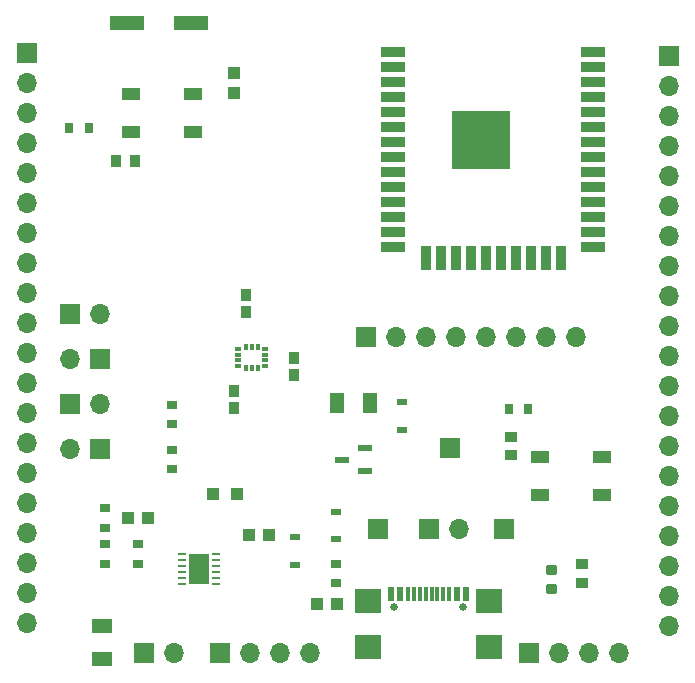
<source format=gbr>
%TF.GenerationSoftware,KiCad,Pcbnew,(5.1.9)-1*%
%TF.CreationDate,2021-03-31T16:36:21-07:00*%
%TF.ProjectId,esp32_sensor,65737033-325f-4736-956e-736f722e6b69,v0.0.3c*%
%TF.SameCoordinates,Original*%
%TF.FileFunction,Soldermask,Top*%
%TF.FilePolarity,Negative*%
%FSLAX46Y46*%
G04 Gerber Fmt 4.6, Leading zero omitted, Abs format (unit mm)*
G04 Created by KiCad (PCBNEW (5.1.9)-1) date 2021-03-31 16:36:21*
%MOMM*%
%LPD*%
G01*
G04 APERTURE LIST*
%ADD10R,2.997200X1.219200*%
%ADD11O,1.700000X1.700000*%
%ADD12R,1.700000X1.700000*%
%ADD13R,5.000000X5.000000*%
%ADD14R,2.000000X0.900000*%
%ADD15R,0.900000X2.000000*%
%ADD16R,1.000000X1.100000*%
%ADD17R,0.757199X0.254800*%
%ADD18R,1.803400X2.590800*%
%ADD19R,0.830000X0.630000*%
%ADD20R,1.100000X1.000000*%
%ADD21R,0.930000X1.010000*%
%ADD22R,1.799996X1.299998*%
%ADD23R,1.299998X1.799996*%
%ADD24R,1.003300X0.990600*%
%ADD25R,1.309599X0.568000*%
%ADD26R,0.810000X0.980000*%
%ADD27R,0.790000X0.930000*%
%ADD28R,0.980000X0.810000*%
%ADD29R,0.930000X0.790000*%
%ADD30R,1.549400X0.990600*%
%ADD31R,0.600000X0.350000*%
%ADD32R,0.350000X0.600000*%
%ADD33R,0.600000X1.150000*%
%ADD34R,0.300000X1.150000*%
%ADD35R,2.180000X2.000000*%
%ADD36C,0.650000*%
G04 APERTURE END LIST*
D10*
%TO.C,CP_ESP_1*%
X98971100Y-73787000D03*
X93560900Y-73787000D03*
%TD*%
D11*
%TO.C,J_PW_2*%
X97536000Y-127127000D03*
D12*
X94996000Y-127127000D03*
%TD*%
D13*
%TO.C,U_ESP_1*%
X123587000Y-83700000D03*
D14*
X116087000Y-76200000D03*
X116087000Y-77470000D03*
X116087000Y-78740000D03*
X116087000Y-80010000D03*
X116087000Y-81280000D03*
X116087000Y-82550000D03*
X116087000Y-83820000D03*
X116087000Y-85090000D03*
X116087000Y-86360000D03*
X116087000Y-87630000D03*
X116087000Y-88900000D03*
X116087000Y-90170000D03*
X116087000Y-91440000D03*
X116087000Y-92710000D03*
D15*
X118872000Y-93710000D03*
X120142000Y-93710000D03*
X121412000Y-93710000D03*
X122682000Y-93710000D03*
X123952000Y-93710000D03*
X125222000Y-93710000D03*
X126492000Y-93710000D03*
X127762000Y-93710000D03*
X129032000Y-93710000D03*
X130302000Y-93710000D03*
D14*
X133087000Y-92710000D03*
X133087000Y-91440000D03*
X133087000Y-90170000D03*
X133087000Y-88900000D03*
X133087000Y-87630000D03*
X133087000Y-86360000D03*
X133087000Y-85090000D03*
X133087000Y-83820000D03*
X133087000Y-82550000D03*
X133087000Y-81280000D03*
X133087000Y-80010000D03*
X133087000Y-78740000D03*
X133087000Y-77470000D03*
X133087000Y-76200000D03*
%TD*%
D16*
%TO.C,C_ESP_1*%
X102616000Y-78017000D03*
X102616000Y-79717000D03*
%TD*%
D11*
%TO.C,J_7*%
X88773000Y-109855000D03*
D12*
X91313000Y-109855000D03*
%TD*%
D11*
%TO.C,J_6*%
X91313000Y-106045000D03*
D12*
X88773000Y-106045000D03*
%TD*%
D11*
%TO.C,J_5*%
X88773000Y-102235000D03*
D12*
X91313000Y-102235000D03*
%TD*%
D11*
%TO.C,J_4*%
X91313000Y-98425000D03*
D12*
X88773000Y-98425000D03*
%TD*%
D11*
%TO.C,J_3*%
X131572000Y-100330000D03*
X129032000Y-100330000D03*
X126492000Y-100330000D03*
X123952000Y-100330000D03*
X121412000Y-100330000D03*
X118872000Y-100330000D03*
X116332000Y-100330000D03*
D12*
X113792000Y-100330000D03*
%TD*%
D11*
%TO.C,J_2*%
X139446000Y-124841000D03*
X139446000Y-122301000D03*
X139446000Y-119761000D03*
X139446000Y-117221000D03*
X139446000Y-114681000D03*
X139446000Y-112141000D03*
X139446000Y-109601000D03*
X139446000Y-107061000D03*
X139446000Y-104521000D03*
X139446000Y-101981000D03*
X139446000Y-99441000D03*
X139446000Y-96901000D03*
X139446000Y-94361000D03*
X139446000Y-91821000D03*
X139446000Y-89281000D03*
X139446000Y-86741000D03*
X139446000Y-84201000D03*
X139446000Y-81661000D03*
X139446000Y-79121000D03*
D12*
X139446000Y-76581000D03*
%TD*%
D11*
%TO.C,J_1*%
X85090000Y-124587000D03*
X85090000Y-122047000D03*
X85090000Y-119507000D03*
X85090000Y-116967000D03*
X85090000Y-114427000D03*
X85090000Y-111887000D03*
X85090000Y-109347000D03*
X85090000Y-106807000D03*
X85090000Y-104267000D03*
X85090000Y-101727000D03*
X85090000Y-99187000D03*
X85090000Y-96647000D03*
X85090000Y-94107000D03*
X85090000Y-91567000D03*
X85090000Y-89027000D03*
X85090000Y-86487000D03*
X85090000Y-83947000D03*
X85090000Y-81407000D03*
X85090000Y-78867000D03*
D12*
X85090000Y-76327000D03*
%TD*%
%TO.C,LED_ESP_1*%
G36*
G01*
X129796250Y-122129000D02*
X129283750Y-122129000D01*
G75*
G02*
X129065000Y-121910250I0J218750D01*
G01*
X129065000Y-121472750D01*
G75*
G02*
X129283750Y-121254000I218750J0D01*
G01*
X129796250Y-121254000D01*
G75*
G02*
X130015000Y-121472750I0J-218750D01*
G01*
X130015000Y-121910250D01*
G75*
G02*
X129796250Y-122129000I-218750J0D01*
G01*
G37*
G36*
G01*
X129796250Y-120554000D02*
X129283750Y-120554000D01*
G75*
G02*
X129065000Y-120335250I0J218750D01*
G01*
X129065000Y-119897750D01*
G75*
G02*
X129283750Y-119679000I218750J0D01*
G01*
X129796250Y-119679000D01*
G75*
G02*
X130015000Y-119897750I0J-218750D01*
G01*
X130015000Y-120335250D01*
G75*
G02*
X129796250Y-120554000I-218750J0D01*
G01*
G37*
%TD*%
%TO.C,J_PW_3*%
X120904000Y-109728000D03*
%TD*%
D11*
%TO.C,J_PW_1*%
X121666000Y-116586000D03*
D12*
X119126000Y-116586000D03*
%TD*%
%TO.C,J_CN_4*%
X114808000Y-116586000D03*
%TD*%
%TO.C,J_CN_3*%
X125476000Y-116586000D03*
%TD*%
D11*
%TO.C,J_CN_2*%
X109093000Y-127127000D03*
X106553000Y-127127000D03*
X104013000Y-127127000D03*
D12*
X101473000Y-127127000D03*
%TD*%
D11*
%TO.C,J_CN_1*%
X135255000Y-127127000D03*
X132715000Y-127127000D03*
X130175000Y-127127000D03*
D12*
X127635000Y-127127000D03*
%TD*%
D17*
%TO.C,U_PW_1*%
X101115000Y-121265000D03*
X101115000Y-120765001D03*
X101115000Y-120265000D03*
X101115000Y-119765000D03*
X101115000Y-119264999D03*
X101115000Y-118765000D03*
X98275000Y-118765000D03*
X98275000Y-119264999D03*
X98275000Y-119765000D03*
X98275000Y-120265000D03*
X98275000Y-120765001D03*
X98275000Y-121265000D03*
D18*
X99695000Y-120015000D03*
%TD*%
D19*
%TO.C,D_PW_3*%
X116840000Y-105904000D03*
X116840000Y-108204000D03*
%TD*%
D20*
%TO.C,C_PW_1*%
X109640000Y-122936000D03*
X111340000Y-122936000D03*
%TD*%
D19*
%TO.C,D_PW_1*%
X111252000Y-117482000D03*
X111252000Y-115182000D03*
%TD*%
D21*
%TO.C,C_IMU_1*%
X103632000Y-98245000D03*
X103632000Y-96827000D03*
%TD*%
%TO.C,C_IMU_2*%
X102616000Y-104955000D03*
X102616000Y-106373000D03*
%TD*%
%TO.C,C_IMU_3*%
X107696000Y-102161000D03*
X107696000Y-103579000D03*
%TD*%
D22*
%TO.C,C_PW_2*%
X91440000Y-124838002D03*
X91440000Y-127637998D03*
%TD*%
D20*
%TO.C,C_PW_3*%
X93638000Y-115697000D03*
X95338000Y-115697000D03*
%TD*%
%TO.C,C_PW_4*%
X103925000Y-117094000D03*
X105625000Y-117094000D03*
%TD*%
D23*
%TO.C,C_PW_5*%
X111376002Y-105918000D03*
X114175998Y-105918000D03*
%TD*%
D19*
%TO.C,D_PW_2*%
X107823000Y-119641000D03*
X107823000Y-117341000D03*
%TD*%
D24*
%TO.C,L_PW_1*%
X100876100Y-113665000D03*
X102870000Y-113665000D03*
%TD*%
D25*
%TO.C,Q_PW_1*%
X113779300Y-111696500D03*
X113779300Y-109791500D03*
X111772700Y-110744000D03*
%TD*%
D26*
%TO.C,R_ESP_1*%
X92701000Y-85471000D03*
X94243000Y-85471000D03*
%TD*%
D27*
%TO.C,R_ESP_2*%
X90355000Y-82677000D03*
X88715000Y-82677000D03*
%TD*%
D28*
%TO.C,R_ESP_3*%
X126111000Y-108830000D03*
X126111000Y-110372000D03*
%TD*%
D27*
%TO.C,R_ESP_4*%
X127566000Y-106426000D03*
X125926000Y-106426000D03*
%TD*%
D28*
%TO.C,R_ESP_5*%
X132080000Y-121167000D03*
X132080000Y-119625000D03*
%TD*%
D29*
%TO.C,R_IMU_1*%
X97409000Y-106114000D03*
X97409000Y-107754000D03*
%TD*%
%TO.C,R_IMU_2*%
X97409000Y-109924000D03*
X97409000Y-111564000D03*
%TD*%
%TO.C,R_PW_1*%
X111252000Y-121216000D03*
X111252000Y-119576000D03*
%TD*%
%TO.C,R_PW_2*%
X91694000Y-119565000D03*
X91694000Y-117925000D03*
%TD*%
%TO.C,R_PW_3*%
X91694000Y-116517000D03*
X91694000Y-114877000D03*
%TD*%
%TO.C,R_PW_4*%
X94488000Y-119565000D03*
X94488000Y-117925000D03*
%TD*%
D30*
%TO.C,SW_ESP_1*%
X99145001Y-83006999D03*
X99145001Y-79807001D03*
X93894999Y-79807001D03*
X93894999Y-83006999D03*
%TD*%
%TO.C,SW_ESP_2*%
X128565999Y-113740999D03*
X128565999Y-110541001D03*
X133816001Y-110541001D03*
X133816001Y-113740999D03*
%TD*%
D31*
%TO.C,U_IMU_1*%
X102980000Y-101858000D03*
X102980000Y-102358000D03*
X102980000Y-101358000D03*
X102980000Y-102858000D03*
X105300000Y-101858000D03*
X105300000Y-102358000D03*
X105300000Y-101358000D03*
X105300000Y-102858000D03*
D32*
X103640000Y-101198000D03*
X104140000Y-101198000D03*
X104640000Y-101198000D03*
X103640000Y-103018000D03*
X104140000Y-103018000D03*
X104640000Y-103018000D03*
%TD*%
D33*
%TO.C,U_CN_1*%
X115926000Y-122115000D03*
X116726000Y-122115000D03*
X121526000Y-122115000D03*
X122326000Y-122115000D03*
D34*
X117376000Y-122115000D03*
X120876000Y-122115000D03*
X117876000Y-122115000D03*
X120376000Y-122115000D03*
X118376000Y-122115000D03*
X119876000Y-122115000D03*
X118876000Y-122115000D03*
X119376000Y-122115000D03*
D35*
X114016000Y-122690000D03*
X124236000Y-122690000D03*
X114016000Y-126620000D03*
X124236000Y-126620000D03*
D36*
X116236000Y-123190000D03*
X122016000Y-123190000D03*
%TD*%
M02*

</source>
